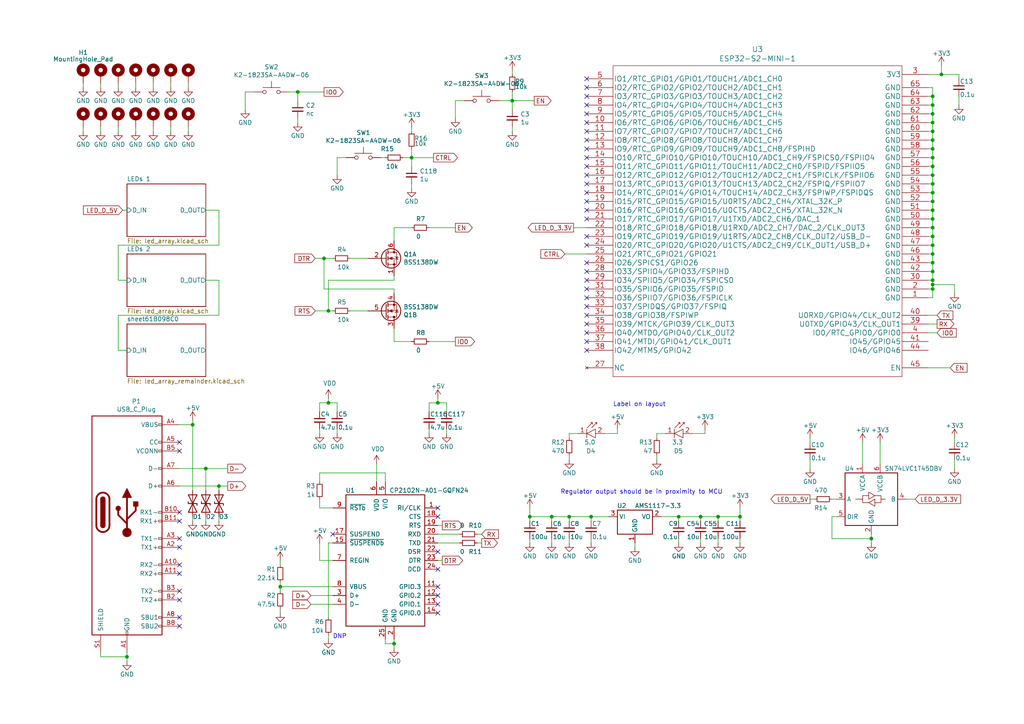
<source format=kicad_sch>
(kicad_sch (version 20231120) (generator "eeschema") (generator_version "8.0")
  (paper "A4")
  (lib_symbols
    (symbol "-fet:BSS138DW" (pin_names (offset 0) hide)
      (property "Reference" "Q" (at 6.35 1.27 0))
      (property "Value" "BSS138DW" (at 19.05 -1.27 0))
      (symbol "BSS138DW_1_1"
        (pin passive line (at 2.54 -5.08 90) (length 2.54) (name "S") (number "1"))
        (pin input line (at -5.08 0 0) (length 5.08) (name "G") (number "2"))
        (pin passive line (at 2.54 5.08 270) (length 2.54) (name "D") (number "6"))
      )
      (symbol "BSS138DW_2_1"
        (pin passive line (at 2.54 5.08 270) (length 2.54) (name "D") (number "3"))
        (pin passive line (at 2.54 -5.08 90) (length 2.54) (name "S") (number "4"))
        (pin input line (at -5.08 0 0) (length 5.08) (name "G") (number "5"))
      )
    )
    (symbol "-led:LED_0402_BLUE" (pin_names (offset 1.016) hide)
      (property "Reference" "D" (at -5.08 0 0))
      (property "Value" "LED_0402_BLUE" (at -5.08 -5.08 0))
      (symbol "LED_0402_BLUE_1_1"
        (pin passive line (at -3.81 -2.54 0) (length 2.54) (name "K") (number "1"))
        (pin passive line (at 3.81 -2.54 180) (length 2.54) (name "A") (number "2"))
      )
    )
    (symbol "-logic:SN74LVC1T45DBV"
      (property "Reference" "U4" (at -6.35 8.89 0))
      (property "Value" "SN74LVC1T45DBV" (at 3.81 8.89 0))
      (symbol "SN74LVC1T45DBV_1_1"
        (pin power_in line (at -2.54 10.16 270) (length 2.54) (name "VCCA") (number "1"))
        (pin power_in line (at 0 -10.16 90) (length 2.54) (name "GND") (number "2"))
        (pin bidirectional line (at -10.16 0 0) (length 2.54) (name "A") (number "3"))
        (pin bidirectional line (at 10.16 0 180) (length 2.54) (name "B") (number "4"))
        (pin input line (at -10.16 -5.08 0) (length 2.54) (name "DIR") (number "5"))
        (pin power_in line (at 2.54 10.16 270) (length 2.54) (name "VCCB") (number "6"))
      )
    )
    (symbol "-microcontroller:ESP32-S2-MINI-1" (pin_names (offset 0.254))
      (property "Reference" "U" (at 0 39.37 0))
      (property "Value" "ESP32-S2-MINI-1" (at 0 36.83 0))
      (symbol "ESP32-S2-MINI-1_1_1"
        (pin power_in line (at 49.53 -31.75 180) (length 7.62) (name "GND") (number "1"))
        (pin bidirectional line (at -49.53 19.05 0) (length 7.62) (name "IO6/RTC_GPIO6/GPIO6/TOUCH6/ADC1_CH5") (number "10"))
        (pin bidirectional line (at -49.53 16.51 0) (length 7.62) (name "IO7/RTC_GPIO7/GPIO7/TOUCH7/ADC1_CH6") (number "11"))
        (pin bidirectional line (at -49.53 13.97 0) (length 7.62) (name "IO8/RTC_GPIO8/GPIO8/TOUCH8/ADC1_CH7") (number "12"))
        (pin bidirectional line (at -49.53 11.43 0) (length 7.62) (name "IO9/RTC_GPIO9/GPIO9/TOUCH9/ADC1_CH8/FSPIHD") (number "13"))
        (pin bidirectional line (at -49.53 8.89 0) (length 7.62) (name "IO10/RTC_GPIO10/GPIO10/TOUCH10/ADC1_CH9/FSPICS0/FSPIIO4") (number "14"))
        (pin bidirectional line (at -49.53 6.35 0) (length 7.62) (name "IO11/RTC_GPIO11/GPIO11/TOUCH11/ADC2_CH0/FSPID/FSPIIO5") (number "15"))
        (pin bidirectional line (at -49.53 3.81 0) (length 7.62) (name "IO12/RTC_GPIO12/GPIO12/TOUCH12/ADC2_CH1/FSPICLK/FSPIIO6") (number "16"))
        (pin bidirectional line (at -49.53 1.27 0) (length 7.62) (name "IO13/RTC_GPIO13/GPIO13/TOUCH13/ADC2_CH2/FSPIQ/FSPIIO7") (number "17"))
        (pin bidirectional line (at -49.53 -1.27 0) (length 7.62) (name "IO14/RTC_GPIO14/GPIO14/TOUCH14/ADC2_CH3/FSPIWP/FSPIDQS") (number "18"))
        (pin bidirectional line (at -49.53 -3.81 0) (length 7.62) (name "IO15/RTC_GPIO15/GPIO15/U0RTS/ADC2_CH4/XTAL_32K_P") (number "19"))
        (pin power_in line (at 49.53 -29.21 180) (length 7.62) (name "GND") (number "2"))
        (pin bidirectional line (at -49.53 -6.35 0) (length 7.62) (name "IO16/RTC_GPIO16/GPIO16/U0CTS/ADC2_CH5/XTAL_32K_N") (number "20"))
        (pin bidirectional line (at -49.53 -8.89 0) (length 7.62) (name "IO17/RTC_GPIO17/GPIO17/U1TXD/ADC2_CH6/DAC_1") (number "21"))
        (pin bidirectional line (at -49.53 -11.43 0) (length 7.62) (name "IO18/RTC_GPIO18/GPIO18/U1RXD/ADC2_CH7/DAC_2/CLK_OUT3") (number "22"))
        (pin bidirectional line (at -49.53 -13.97 0) (length 7.62) (name "IO19/RTC_GPIO19/GPIO19/U1RTS/ADC2_CH8/CLK_OUT2/USB_D-") (number "23"))
        (pin bidirectional line (at -49.53 -16.51 0) (length 7.62) (name "IO20/RTC_GPIO20/GPIO20/U1CTS/ADC2_CH9/CLK_OUT1/USB_D+") (number "24"))
        (pin bidirectional line (at -49.53 -19.05 0) (length 7.62) (name "IO21/RTC_GPIO21/GPIO21") (number "25"))
        (pin bidirectional line (at -49.53 -21.59 0) (length 7.62) (name "IO26/SPICS1/GPIO26") (number "26"))
        (pin no_connect line (at -49.53 -52.07 0) (length 7.62) (name "NC") (number "27"))
        (pin bidirectional line (at -49.53 -24.13 0) (length 7.62) (name "IO33/SPIIO4/GPIO33/FSPIHD") (number "28"))
        (pin bidirectional line (at -49.53 -26.67 0) (length 7.62) (name "IO34/SPIIO5/GPIO34/FSPICS0") (number "29"))
        (pin unspecified line (at 49.53 33.02 180) (length 7.62) (name "3V3") (number "3"))
        (pin power_in line (at 49.53 -26.67 180) (length 7.62) (name "GND") (number "30"))
        (pin bidirectional line (at -49.53 -29.21 0) (length 7.62) (name "IO35/SPIIO6/GPIO35/FSPID") (number "31"))
        (pin bidirectional line (at -49.53 -31.75 0) (length 7.62) (name "IO36/SPIIO7/GPIO36/FSPICLK") (number "32"))
        (pin bidirectional line (at -49.53 -34.29 0) (length 7.62) (name "IO37/SPIDQS/GPIO37/FSPIQ") (number "33"))
        (pin bidirectional line (at -49.53 -36.83 0) (length 7.62) (name "IO38/GPIO38/FSPIWP") (number "34"))
        (pin bidirectional line (at -49.53 -39.37 0) (length 7.62) (name "IO39/MTCK/GPIO39/CLK_OUT3") (number "35"))
        (pin bidirectional line (at -49.53 -41.91 0) (length 7.62) (name "IO40/MTDO/GPIO40/CLK_OUT2") (number "36"))
        (pin bidirectional line (at -49.53 -44.45 0) (length 7.62) (name "IO41/MTDI/GPIO41/CLK_OUT1") (number "37"))
        (pin bidirectional line (at -49.53 -46.99 0) (length 7.62) (name "IO42/MTMS/GPIO42") (number "38"))
        (pin bidirectional line (at 49.53 -39.37 180) (length 7.62) (name "U0TXD/GPIO43/CLK_OUT1") (number "39"))
        (pin bidirectional line (at 49.53 -41.91 180) (length 7.62) (name "IO0/RTC_GPIO0/GPIO0") (number "4"))
        (pin bidirectional line (at 49.53 -36.83 180) (length 7.62) (name "U0RXD/GPIO44/CLK_OUT2") (number "40"))
        (pin bidirectional line (at 49.53 -44.45 180) (length 7.62) (name "IO45/GPIO45") (number "41"))
        (pin power_in line (at 49.53 -24.13 180) (length 7.62) (name "GND") (number "42"))
        (pin power_in line (at 49.53 -21.59 180) (length 7.62) (name "GND") (number "43"))
        (pin bidirectional line (at 49.53 -46.99 180) (length 7.62) (name "IO46/GPIO46") (number "44"))
        (pin unspecified line (at 49.53 -52.07 180) (length 7.62) (name "EN") (number "45"))
        (pin power_in line (at 49.53 -19.05 180) (length 7.62) (name "GND") (number "46"))
        (pin power_in line (at 49.53 -16.51 180) (length 7.62) (name "GND") (number "47"))
        (pin power_in line (at 49.53 -13.97 180) (length 7.62) (name "GND") (number "48"))
        (pin power_in line (at 49.53 -11.43 180) (length 7.62) (name "GND") (number "49"))
        (pin bidirectional line (at -49.53 31.75 0) (length 7.62) (name "IO1/RTC_GPIO1/GPIO1/TOUCH1/ADC1_CH0") (number "5"))
        (pin power_in line (at 49.53 -8.89 180) (length 7.62) (name "GND") (number "50"))
        (pin power_in line (at 49.53 -6.35 180) (length 7.62) (name "GND") (number "51"))
        (pin power_in line (at 49.53 -3.81 180) (length 7.62) (name "GND") (number "52"))
        (pin power_in line (at 49.53 -1.27 180) (length 7.62) (name "GND") (number "53"))
        (pin power_in line (at 49.53 1.27 180) (length 7.62) (name "GND") (number "54"))
        (pin power_in line (at 49.53 3.81 180) (length 7.62) (name "GND") (number "55"))
        (pin power_in line (at 49.53 6.35 180) (length 7.62) (name "GND") (number "56"))
        (pin power_in line (at 49.53 8.89 180) (length 7.62) (name "GND") (number "57"))
        (pin power_in line (at 49.53 11.43 180) (length 7.62) (name "GND") (number "58"))
        (pin power_in line (at 49.53 13.97 180) (length 7.62) (name "GND") (number "59"))
        (pin bidirectional line (at -49.53 29.21 0) (length 7.62) (name "IO2/RTC_GPIO2/GPIO2/TOUCH2/ADC1_CH1") (number "6"))
        (pin power_in line (at 49.53 16.51 180) (length 7.62) (name "GND") (number "60"))
        (pin power_in line (at 49.53 19.05 180) (length 7.62) (name "GND") (number "61"))
        (pin power_in line (at 49.53 21.59 180) (length 7.62) (name "GND") (number "62"))
        (pin power_in line (at 49.53 24.13 180) (length 7.62) (name "GND") (number "63"))
        (pin power_in line (at 49.53 26.67 180) (length 7.62) (name "GND") (number "64"))
        (pin power_in line (at 49.53 29.21 180) (length 7.62) (name "GND") (number "65"))
        (pin bidirectional line (at -49.53 26.67 0) (length 7.62) (name "IO3/RTC_GPIO3/GPIO3/TOUCH3/ADC1_CH2") (number "7"))
        (pin bidirectional line (at -49.53 24.13 0) (length 7.62) (name "IO4/RTC_GPIO4/GPIO4/TOUCH4/ADC1_CH3") (number "8"))
        (pin bidirectional line (at -49.53 21.59 0) (length 7.62) (name "IO5/RTC_GPIO5/GPIO5/TOUCH5/ADC1_CH4") (number "9"))
      )
    )
    (symbol "-switch-button:K2-1823SA-A4DW-06" (pin_numbers hide) (pin_names (offset 1.016) hide)
      (property "Reference" "SW" (at 1.27 2.54 0))
      (property "Value" "K2-1823SA-A4DW-06" (at 0 -1.524 0))
      (symbol "K2-1823SA-A4DW-06_0_1"
        (pin passive line (at -5.08 0 0) (length 2.54) (name "1") (number "1"))
        (pin passive line (at 5.08 0 180) (length 2.54) (name "2") (number "2"))
      )
    )
    (symbol "Connector:USB_C_Plug" (pin_names (offset 1.016))
      (property "Reference" "P1" (at 2.7178 32.1818 0))
      (property "Value" "USB_C_Plug" (at 2.7178 29.8704 0))
      (symbol "USB_C_Plug_1_1"
        (pin passive line (at 0 -40.64 90) (length 5.08) (name "GND") (number "A1"))
        (pin bidirectional line (at 15.24 -15.24 180) (length 5.08) (name "RX2-") (number "A10"))
        (pin bidirectional line (at 15.24 -17.78 180) (length 5.08) (name "RX2+") (number "A11"))
        (pin passive line (at 0 -40.64 90) (length 5.08) hide (name "GND") (number "A12"))
        (pin bidirectional line (at 15.24 -10.16 180) (length 5.08) (name "TX1+") (number "A2"))
        (pin bidirectional line (at 15.24 -7.62 180) (length 5.08) (name "TX1-") (number "A3"))
        (pin passive line (at 15.24 25.4 180) (length 5.08) (name "VBUS") (number "A4"))
        (pin bidirectional line (at 15.24 20.32 180) (length 5.08) (name "CC") (number "A5"))
        (pin bidirectional line (at 15.24 7.62 180) (length 5.08) (name "D+") (number "A6"))
        (pin bidirectional line (at 15.24 12.7 180) (length 5.08) (name "D-") (number "A7"))
        (pin bidirectional line (at 15.24 -30.48 180) (length 5.08) (name "SBU1") (number "A8"))
        (pin passive line (at 15.24 25.4 180) (length 5.08) hide (name "VBUS") (number "A9"))
        (pin passive line (at 0 -40.64 90) (length 5.08) hide (name "GND") (number "B1"))
        (pin bidirectional line (at 15.24 0 180) (length 5.08) (name "RX1-") (number "B10"))
        (pin bidirectional line (at 15.24 -2.54 180) (length 5.08) (name "RX1+") (number "B11"))
        (pin passive line (at 0 -40.64 90) (length 5.08) hide (name "GND") (number "B12"))
        (pin bidirectional line (at 15.24 -25.4 180) (length 5.08) (name "TX2+") (number "B2"))
        (pin bidirectional line (at 15.24 -22.86 180) (length 5.08) (name "TX2-") (number "B3"))
        (pin passive line (at 15.24 25.4 180) (length 5.08) hide (name "VBUS") (number "B4"))
        (pin bidirectional line (at 15.24 17.78 180) (length 5.08) (name "VCONN") (number "B5"))
        (pin bidirectional line (at 15.24 -33.02 180) (length 5.08) (name "SBU2") (number "B8"))
        (pin passive line (at 15.24 25.4 180) (length 5.08) hide (name "VBUS") (number "B9"))
        (pin passive line (at -7.62 -40.64 90) (length 5.08) (name "SHIELD") (number "S1"))
      )
    )
    (symbol "Device:C_Small" (pin_numbers hide) (pin_names (offset 0.254) hide)
      (property "Reference" "C" (at 0.254 1.778 0))
      (property "Value" "C_Small" (at 0.254 -2.032 0))
      (symbol "C_Small_1_1"
        (pin passive line (at 0 2.54 270) (length 2.032) (name "~") (number "1"))
        (pin passive line (at 0 -2.54 90) (length 2.032) (name "~") (number "2"))
      )
    )
    (symbol "Device:D_TVS" (pin_numbers hide) (pin_names (offset 1.016) hide)
      (property "Reference" "D" (at 0 2.54 0))
      (property "Value" "D_TVS" (at 0 -2.54 0))
      (symbol "D_TVS_1_1"
        (pin passive line (at -3.81 0 0) (length 2.54) (name "A1") (number "1"))
        (pin passive line (at 3.81 0 180) (length 2.54) (name "A2") (number "2"))
      )
    )
    (symbol "Device:R_Small" (pin_numbers hide) (pin_names (offset 0.254) hide)
      (property "Reference" "R" (at 0.762 0.508 0))
      (property "Value" "R_Small" (at 0.762 -1.016 0))
      (symbol "R_Small_1_1"
        (pin passive line (at 0 2.54 270) (length 0.762) (name "~") (number "1"))
        (pin passive line (at 0 -2.54 90) (length 0.762) (name "~") (number "2"))
      )
    )
    (symbol "Mechanical:MountingHole_Pad" (pin_numbers hide) (pin_names (offset 1.016) hide)
      (property "Reference" "H" (at 0 6.35 0))
      (property "Value" "MountingHole_Pad" (at 0 4.445 0))
      (symbol "MountingHole_Pad_1_1"
        (pin input line (at 0 -2.54 90) (length 2.54) (name "1") (number "1"))
      )
    )
    (symbol "Regulator_Linear:AMS1117-3.3"
      (property "Reference" "U2" (at -3.81 3.175 0))
      (property "Value" "AMS1117-3.3" (at 0 3.175 0))
      (symbol "AMS1117-3.3_1_1"
        (pin power_in line (at 0 -7.62 90) (length 2.54) (name "GND") (number "1"))
        (pin power_out line (at 7.62 0 180) (length 2.54) (name "VO") (number "2"))
        (pin power_in line (at -7.62 0 0) (length 2.54) (name "VI") (number "3"))
      )
    )
    (symbol "iot_name_tag-rescue:+3.3V-power" (power) (pin_names (offset 0))
      (property "Value" "+3.3V-power" (at 0 3.556 0))
      (symbol "+3.3V-power_1_1"
        (pin power_in line (at 0 0 90) (length 0) hide (name "+3V3") (number "1"))
      )
    )
    (symbol "iot_name_tag-rescue:CP2102N-A01-GQFN24-Interface_USB" (pin_names (offset 1.016))
      (property "Reference" "U1" (at -10.16 20.32 0))
      (property "Value" "CP2102N-A01-GQFN24" (at 12.7 20.32 0))
      (symbol "CP2102N-A01-GQFN24-Interface_USB_1_1"
        (pin bidirectional line (at 15.24 15.24 180) (length 3.81) (name "RI/CLK") (number "1"))
        (pin no_connect line (at 10.16 -22.86 90) (length 3.81) hide (name "NC") (number "10"))
        (pin bidirectional line (at 15.24 -7.62 180) (length 3.81) (name "GPIO.3") (number "11"))
        (pin bidirectional line (at 15.24 -10.16 180) (length 3.81) (name "GPIO.2") (number "12"))
        (pin bidirectional line (at 15.24 -12.7 180) (length 3.81) (name "GPIO.1") (number "13"))
        (pin bidirectional line (at 15.24 -15.24 180) (length 3.81) (name "GPIO.0") (number "14"))
        (pin output line (at -15.24 5.08 0) (length 3.81) (name "~{SUSPENDb}") (number "15"))
        (pin no_connect line (at 7.62 -22.86 90) (length 3.81) hide (name "NC") (number "16"))
        (pin output line (at -15.24 7.62 0) (length 3.81) (name "SUSPEND") (number "17"))
        (pin input line (at 15.24 12.7 180) (length 3.81) (name "CTS") (number "18"))
        (pin output line (at 15.24 10.16 180) (length 3.81) (name "RTS") (number "19"))
        (pin power_in line (at 2.54 -22.86 90) (length 3.81) (name "GND") (number "2"))
        (pin input line (at 15.24 7.62 180) (length 3.81) (name "RXD") (number "20"))
        (pin output line (at 15.24 5.08 180) (length 3.81) (name "TXD") (number "21"))
        (pin input line (at 15.24 2.54 180) (length 3.81) (name "DSR") (number "22"))
        (pin output line (at 15.24 0 180) (length 3.81) (name "DTR") (number "23"))
        (pin input line (at 15.24 -2.54 180) (length 3.81) (name "DCD") (number "24"))
        (pin power_in line (at 0 -22.86 90) (length 3.81) (name "GND") (number "25"))
        (pin bidirectional line (at -15.24 -10.16 0) (length 3.81) (name "D+") (number "3"))
        (pin bidirectional line (at -15.24 -12.7 0) (length 3.81) (name "D-") (number "4"))
        (pin power_in line (at 0 22.86 270) (length 3.81) (name "VIO") (number "5"))
        (pin power_in line (at -2.54 22.86 270) (length 3.81) (name "VDD") (number "6"))
        (pin power_in line (at -15.24 0 0) (length 3.81) (name "REGIN") (number "7"))
        (pin input line (at -15.24 -7.62 0) (length 3.81) (name "VBUS") (number "8"))
        (pin input line (at -15.24 15.24 0) (length 3.81) (name "~{RSTb}") (number "9"))
      )
    )
    (symbol "power:+5V" (power) (pin_names (offset 0))
      (property "Value" "+5V" (at 0 3.556 0))
      (symbol "+5V_1_1"
        (pin power_in line (at 0 0 90) (length 0) hide (name "+5V") (number "1"))
      )
    )
    (symbol "power:GND" (power) (pin_names (offset 0))
      (property "Value" "GND" (at 0 -3.81 0))
      (symbol "GND_1_1"
        (pin power_in line (at 0 0 270) (length 0) hide (name "GND") (number "1"))
      )
    )
    (symbol "power:VDD" (power) (pin_names (offset 0))
      (property "Value" "VDD" (at 0 3.81 0))
      (symbol "VDD_1_1"
        (pin power_in line (at 0 0 90) (length 0) hide (name "VDD") (number "1"))
      )
    )
  )
  (junction (at 270.51 27.94))
  (junction (at 81.28 170.18))
  (junction (at 160.02 149.86))
  (junction (at 270.51 50.8))
  (junction (at 270.51 63.5))
  (junction (at 270.51 71.12))
  (junction (at 36.83 190.5))
  (junction (at 270.51 78.74))
  (junction (at 270.51 43.18))
  (junction (at 270.51 30.48))
  (junction (at 114.3 186.69))
  (junction (at 252.73 156.21))
  (junction (at 63.5 140.97))
  (junction (at 95.25 90.17))
  (junction (at 214.63 149.86))
  (junction (at 203.2 149.86))
  (junction (at 273.05 21.59))
  (junction (at 270.51 82.55))
  (junction (at 208.28 149.86))
  (junction (at 95.25 116.84))
  (junction (at 270.51 81.28))
  (junction (at 270.51 40.64))
  (junction (at 270.51 60.96))
  (junction (at 270.51 35.56))
  (junction (at 59.69 135.89))
  (junction (at 127 116.84))
  (junction (at 153.67 149.86))
  (junction (at 270.51 66.04))
  (junction (at 270.51 58.42))
  (junction (at 270.51 45.72))
  (junction (at 270.51 73.66))
  (junction (at 270.51 38.1))
  (junction (at 196.85 149.86))
  (junction (at 270.51 53.34))
  (junction (at 270.51 68.58))
  (junction (at 270.51 76.2))
  (junction (at 270.51 48.26))
  (junction (at 148.59 29.21))
  (junction (at 86.36 26.67))
  (junction (at 171.45 149.86))
  (junction (at 270.51 55.88))
  (junction (at 55.88 123.19))
  (junction (at 270.51 83.82))
  (junction (at 93.98 74.93))
  (junction (at 165.1 149.86))
  (junction (at 270.51 33.02))
  (junction (at 119.38 45.72))
  (no_connect (at 170.18 35.56))
  (no_connect (at 52.07 158.75))
  (no_connect (at 170.18 99.06))
  (no_connect (at 170.18 40.64))
  (no_connect (at 170.18 38.1))
  (no_connect (at 52.07 166.37))
  (no_connect (at 170.18 43.18))
  (no_connect (at 170.18 50.8))
  (no_connect (at 170.18 45.72))
  (no_connect (at 170.18 86.36))
  (no_connect (at 170.18 71.12))
  (no_connect (at 170.18 91.44))
  (no_connect (at 52.07 181.61))
  (no_connect (at 170.18 76.2))
  (no_connect (at 170.18 78.74))
  (no_connect (at 170.18 81.28))
  (no_connect (at 170.18 53.34))
  (no_connect (at 127 177.8))
  (no_connect (at 170.18 88.9))
  (no_connect (at 170.18 68.58))
  (no_connect (at 52.07 163.83))
  (no_connect (at 52.07 128.27))
  (no_connect (at 52.07 156.21))
  (no_connect (at 52.07 179.07))
  (no_connect (at 127 172.72))
  (no_connect (at 127 165.1))
  (no_connect (at 170.18 27.94))
  (no_connect (at 127 160.02))
  (no_connect (at 52.07 148.59))
  (no_connect (at 127 175.26))
  (no_connect (at 170.18 96.52))
  (no_connect (at 52.07 171.45))
  (no_connect (at 170.18 93.98))
  (no_connect (at 170.18 22.86))
  (no_connect (at 170.18 58.42))
  (no_connect (at 52.07 151.13))
  (no_connect (at 170.18 101.6))
  (no_connect (at 96.52 154.94))
  (no_connect (at 170.18 30.48))
  (no_connect (at 170.18 48.26))
  (no_connect (at 52.07 130.81))
  (no_connect (at 127 147.32))
  (no_connect (at 170.18 83.82))
  (no_connect (at 170.18 63.5))
  (no_connect (at 170.18 33.02))
  (no_connect (at 127 149.86))
  (no_connect (at 52.07 173.99))
  (no_connect (at 170.18 55.88))
  (no_connect (at 170.18 60.96))
  (no_connect (at 170.18 25.4))
  (no_connect (at 127 170.18))
  (wire (pts (xy 63.5 140.97) (xy 52.07 140.97)))
  (wire (pts (xy 148.59 29.21) (xy 148.59 31.75)))
  (wire (pts (xy 241.3 144.78) (xy 242.57 144.78)))
  (wire (pts (xy 214.63 149.86) (xy 214.63 147.32)))
  (wire (pts (xy 101.6 74.93) (xy 106.68 74.93)))
  (wire (pts (xy 129.54 119.38) (xy 129.54 116.84)))
  (wire (pts (xy 81.28 170.18) (xy 81.28 171.45)))
  (wire (pts (xy 270.51 58.42) (xy 270.51 60.96)))
  (wire (pts (xy 270.51 50.8) (xy 270.51 53.34)))
  (wire (pts (xy 171.45 156.21) (xy 171.45 157.48)))
  (wire (pts (xy 114.3 66.04) (xy 114.3 69.85)))
  (wire (pts (xy 71.12 31.75) (xy 71.12 26.67)))
  (wire (pts (xy 241.3 156.21) (xy 252.73 156.21)))
  (wire (pts (xy 270.51 27.94) (xy 270.51 30.48)))
  (wire (pts (xy 269.24 55.88) (xy 270.51 55.88)))
  (wire (pts (xy 95.25 116.84) (xy 92.71 116.84)))
  (wire (pts (xy 63.5 91.44) (xy 34.29 91.44)))
  (wire (pts (xy 44.45 25.4) (xy 44.45 24.13)))
  (wire (pts (xy 203.2 149.86) (xy 196.85 149.86)))
  (wire (pts (xy 24.13 25.4) (xy 24.13 24.13)))
  (wire (pts (xy 165.1 151.13) (xy 165.1 149.86)))
  (wire (pts (xy 236.22 144.78) (xy 234.95 144.78)))
  (wire (pts (xy 119.38 45.72) (xy 119.38 48.26)))
  (wire (pts (xy 95.25 115.57) (xy 95.25 116.84)))
  (wire (pts (xy 81.28 176.53) (xy 81.28 177.8)))
  (wire (pts (xy 262.89 144.78) (xy 265.43 144.78)))
  (wire (pts (xy 111.76 45.72) (xy 110.49 45.72)))
  (wire (pts (xy 214.63 156.21) (xy 214.63 157.48)))
  (wire (pts (xy 196.85 149.86) (xy 196.85 151.13)))
  (wire (pts (xy 153.67 149.86) (xy 160.02 149.86)))
  (wire (pts (xy 34.29 71.12) (xy 34.29 81.28)))
  (wire (pts (xy 171.45 149.86) (xy 171.45 151.13)))
  (wire (pts (xy 127 115.57) (xy 127 116.84)))
  (wire (pts (xy 252.73 157.48) (xy 252.73 156.21)))
  (wire (pts (xy 114.3 185.42) (xy 114.3 186.69)))
  (wire (pts (xy 119.38 43.18) (xy 119.38 45.72)))
  (wire (pts (xy 90.17 172.72) (xy 96.52 172.72)))
  (wire (pts (xy 96.52 157.48) (xy 95.25 157.48)))
  (wire (pts (xy 208.28 149.86) (xy 214.63 149.86)))
  (wire (pts (xy 270.51 35.56) (xy 270.51 38.1)))
  (wire (pts (xy 49.53 38.1) (xy 49.53 36.83)))
  (wire (pts (xy 97.79 124.46) (xy 97.79 125.73)))
  (wire (pts (xy 114.3 95.25) (xy 114.3 99.06)))
  (wire (pts (xy 153.67 156.21) (xy 153.67 157.48)))
  (wire (pts (xy 101.6 90.17) (xy 106.68 90.17)))
  (wire (pts (xy 34.29 101.6) (xy 36.83 101.6)))
  (wire (pts (xy 170.18 73.66) (xy 163.83 73.66)))
  (wire (pts (xy 270.51 82.55) (xy 270.51 83.82)))
  (wire (pts (xy 111.76 186.69) (xy 111.76 185.42)))
  (wire (pts (xy 59.69 135.89) (xy 52.07 135.89)))
  (wire (pts (xy 270.51 45.72) (xy 270.51 48.26)))
  (wire (pts (xy 269.24 53.34) (xy 270.51 53.34)))
  (wire (pts (xy 203.2 156.21) (xy 203.2 157.48)))
  (wire (pts (xy 270.51 60.96) (xy 270.51 63.5)))
  (wire (pts (xy 114.3 85.09) (xy 114.3 83.82)))
  (wire (pts (xy 204.47 125.73) (xy 204.47 124.46)))
  (wire (pts (xy 271.78 93.98) (xy 269.24 93.98)))
  (wire (pts (xy 63.5 81.28) (xy 63.5 91.44)))
  (wire (pts (xy 86.36 29.21) (xy 86.36 26.67)))
  (wire (pts (xy 92.71 137.16) (xy 92.71 139.7)))
  (wire (pts (xy 269.24 33.02) (xy 270.51 33.02)))
  (wire (pts (xy 81.28 170.18) (xy 96.52 170.18)))
  (wire (pts (xy 273.05 21.59) (xy 278.13 21.59)))
  (wire (pts (xy 269.24 21.59) (xy 273.05 21.59)))
  (wire (pts (xy 114.3 83.82) (xy 93.98 83.82)))
  (wire (pts (xy 81.28 168.91) (xy 81.28 170.18)))
  (wire (pts (xy 208.28 149.86) (xy 208.28 151.13)))
  (wire (pts (xy 269.24 27.94) (xy 270.51 27.94)))
  (wire (pts (xy 271.78 96.52) (xy 269.24 96.52)))
  (wire (pts (xy 92.71 119.38) (xy 92.71 116.84)))
  (wire (pts (xy 92.71 162.56) (xy 96.52 162.56)))
  (wire (pts (xy 55.88 121.92) (xy 55.88 123.19)))
  (wire (pts (xy 153.67 149.86) (xy 153.67 151.13)))
  (wire (pts (xy 63.5 149.86) (xy 63.5 151.13)))
  (wire (pts (xy 119.38 53.34) (xy 119.38 54.61)))
  (wire (pts (xy 278.13 21.59) (xy 278.13 22.86)))
  (wire (pts (xy 55.88 142.24) (xy 55.88 123.19)))
  (wire (pts (xy 270.51 55.88) (xy 270.51 58.42)))
  (wire (pts (xy 95.25 90.17) (xy 96.52 90.17)))
  (wire (pts (xy 148.59 29.21) (xy 154.94 29.21)))
  (wire (pts (xy 270.51 76.2) (xy 270.51 78.74)))
  (wire (pts (xy 114.3 186.69) (xy 111.76 186.69)))
  (wire (pts (xy 269.24 73.66) (xy 270.51 73.66)))
  (wire (pts (xy 270.51 33.02) (xy 270.51 35.56)))
  (wire (pts (xy 165.1 132.08) (xy 165.1 133.35)))
  (wire (pts (xy 269.24 45.72) (xy 270.51 45.72)))
  (wire (pts (xy 34.29 91.44) (xy 34.29 101.6)))
  (wire (pts (xy 250.19 128.27) (xy 250.19 134.62)))
  (wire (pts (xy 278.13 27.94) (xy 278.13 30.48)))
  (wire (pts (xy 55.88 149.86) (xy 55.88 151.13)))
  (wire (pts (xy 184.15 157.48) (xy 184.15 158.75)))
  (wire (pts (xy 63.5 60.96) (xy 63.5 71.12)))
  (wire (pts (xy 92.71 147.32) (xy 92.71 144.78)))
  (wire (pts (xy 270.51 48.26) (xy 270.51 50.8)))
  (wire (pts (xy 111.76 139.7) (xy 111.76 137.16)))
  (wire (pts (xy 71.12 26.67) (xy 73.66 26.67)))
  (wire (pts (xy 252.73 156.21) (xy 252.73 154.94)))
  (wire (pts (xy 234.95 127) (xy 234.95 128.27)))
  (wire (pts (xy 204.47 125.73) (xy 200.66 125.73)))
  (wire (pts (xy 269.24 106.68) (xy 275.59 106.68)))
  (wire (pts (xy 59.69 149.86) (xy 59.69 151.13)))
  (wire (pts (xy 160.02 149.86) (xy 165.1 149.86)))
  (wire (pts (xy 270.51 30.48) (xy 270.51 33.02)))
  (wire (pts (xy 270.51 81.28) (xy 270.51 82.55)))
  (wire (pts (xy 124.46 119.38) (xy 124.46 116.84)))
  (wire (pts (xy 269.24 68.58) (xy 270.51 68.58)))
  (wire (pts (xy 39.37 38.1) (xy 39.37 36.83)))
  (wire (pts (xy 95.25 184.15) (xy 95.25 185.42)))
  (wire (pts (xy 160.02 156.21) (xy 160.02 157.48)))
  (wire (pts (xy 93.98 74.93) (xy 96.52 74.93)))
  (wire (pts (xy 269.24 43.18) (xy 270.51 43.18)))
  (wire (pts (xy 269.24 81.28) (xy 270.51 81.28)))
  (wire (pts (xy 128.27 152.4) (xy 127 152.4)))
  (wire (pts (xy 270.51 40.64) (xy 270.51 43.18)))
  (wire (pts (xy 138.43 157.48) (xy 139.7 157.48)))
  (wire (pts (xy 129.54 124.46) (xy 129.54 125.73)))
  (wire (pts (xy 270.51 73.66) (xy 270.51 76.2)))
  (wire (pts (xy 270.51 78.74) (xy 270.51 81.28)))
  (wire (pts (xy 36.83 190.5) (xy 36.83 191.77)))
  (wire (pts (xy 148.59 36.83) (xy 148.59 38.1)))
  (wire (pts (xy 208.28 156.21) (xy 208.28 157.48)))
  (wire (pts (xy 29.21 190.5) (xy 36.83 190.5)))
  (wire (pts (xy 270.51 83.82) (xy 270.51 86.36)))
  (wire (pts (xy 127 157.48) (xy 133.35 157.48)))
  (wire (pts (xy 138.43 154.94) (xy 139.7 154.94)))
  (wire (pts (xy 114.3 66.04) (xy 119.38 66.04)))
  (wire (pts (xy 160.02 149.86) (xy 160.02 151.13)))
  (wire (pts (xy 86.36 34.29) (xy 86.36 35.56)))
  (wire (pts (xy 269.24 25.4) (xy 270.51 25.4)))
  (wire (pts (xy 176.53 149.86) (xy 171.45 149.86)))
  (wire (pts (xy 179.07 125.73) (xy 179.07 124.46)))
  (wire (pts (xy 91.44 90.17) (xy 95.25 90.17)))
  (wire (pts (xy 127 154.94) (xy 133.35 154.94)))
  (wire (pts (xy 59.69 60.96) (xy 63.5 60.96)))
  (wire (pts (xy 86.36 26.67) (xy 93.98 26.67)))
  (wire (pts (xy 49.53 25.4) (xy 49.53 24.13)))
  (wire (pts (xy 193.04 125.73) (xy 190.5 125.73)))
  (wire (pts (xy 119.38 45.72) (xy 125.73 45.72)))
  (wire (pts (xy 114.3 99.06) (xy 119.38 99.06)))
  (wire (pts (xy 170.18 66.04) (xy 166.37 66.04)))
  (wire (pts (xy 119.38 38.1) (xy 119.38 36.83)))
  (wire (pts (xy 54.61 25.4) (xy 54.61 24.13)))
  (wire (pts (xy 165.1 156.21) (xy 165.1 157.48)))
  (wire (pts (xy 92.71 124.46) (xy 92.71 125.73)))
  (wire (pts (xy 129.54 116.84) (xy 127 116.84)))
  (wire (pts (xy 59.69 81.28) (xy 63.5 81.28)))
  (wire (pts (xy 92.71 157.48) (xy 92.71 162.56)))
  (wire (pts (xy 269.24 30.48) (xy 270.51 30.48)))
  (wire (pts (xy 270.51 68.58) (xy 270.51 71.12)))
  (wire (pts (xy 241.3 149.86) (xy 241.3 156.21)))
  (wire (pts (xy 124.46 124.46) (xy 124.46 125.73)))
  (wire (pts (xy 44.45 38.1) (xy 44.45 36.83)))
  (wire (pts (xy 95.25 157.48) (xy 95.25 179.07)))
  (wire (pts (xy 29.21 25.4) (xy 29.21 24.13)))
  (wire (pts (xy 127 116.84) (xy 124.46 116.84)))
  (wire (pts (xy 144.78 29.21) (xy 148.59 29.21)))
  (wire (pts (xy 66.04 140.97) (xy 63.5 140.97)))
  (wire (pts (xy 132.08 99.06) (xy 124.46 99.06)))
  (wire (pts (xy 63.5 142.24) (xy 63.5 140.97)))
  (wire (pts (xy 269.24 40.64) (xy 270.51 40.64)))
  (wire (pts (xy 132.08 34.29) (xy 132.08 29.21)))
  (wire (pts (xy 34.29 38.1) (xy 34.29 36.83)))
  (wire (pts (xy 208.28 149.86) (xy 203.2 149.86)))
  (wire (pts (xy 29.21 190.5) (xy 29.21 189.23)))
  (wire (pts (xy 165.1 149.86) (xy 171.45 149.86)))
  (wire (pts (xy 276.86 82.55) (xy 276.86 85.09)))
  (wire (pts (xy 111.76 137.16) (xy 92.71 137.16)))
  (wire (pts (xy 269.24 71.12) (xy 270.51 71.12)))
  (wire (pts (xy 29.21 38.1) (xy 29.21 36.83)))
  (wire (pts (xy 190.5 125.73) (xy 190.5 127)))
  (wire (pts (xy 269.24 35.56) (xy 270.51 35.56)))
  (wire (pts (xy 167.64 125.73) (xy 165.1 125.73)))
  (wire (pts (xy 95.25 81.28) (xy 95.25 90.17)))
  (wire (pts (xy 34.29 25.4) (xy 34.29 24.13)))
  (wire (pts (xy 116.84 45.72) (xy 119.38 45.72)))
  (wire (pts (xy 269.24 66.04) (xy 270.51 66.04)))
  (wire (pts (xy 270.51 71.12) (xy 270.51 73.66)))
  (wire (pts (xy 97.79 50.8) (xy 97.79 45.72)))
  (wire (pts (xy 273.05 19.05) (xy 273.05 21.59)))
  (wire (pts (xy 165.1 125.73) (xy 165.1 127)))
  (wire (pts (xy 132.08 29.21) (xy 134.62 29.21)))
  (wire (pts (xy 276.86 133.35) (xy 276.86 135.89)))
  (wire (pts (xy 271.78 91.44) (xy 269.24 91.44)))
  (wire (pts (xy 109.22 134.62) (xy 109.22 139.7)))
  (wire (pts (xy 148.59 26.67) (xy 148.59 29.21)))
  (wire (pts (xy 55.88 123.19) (xy 52.07 123.19)))
  (wire (pts (xy 153.67 147.32) (xy 153.67 149.86)))
  (wire (pts (xy 83.82 26.67) (xy 86.36 26.67)))
  (wire (pts (xy 39.37 25.4) (xy 39.37 24.13)))
  (wire (pts (xy 179.07 125.73) (xy 175.26 125.73)))
  (wire (pts (xy 93.98 83.82) (xy 93.98 74.93)))
  (wire (pts (xy 269.24 83.82) (xy 270.51 83.82)))
  (wire (pts (xy 270.51 38.1) (xy 270.51 40.64)))
  (wire (pts (xy 96.52 147.32) (xy 92.71 147.32)))
  (wire (pts (xy 91.44 74.93) (xy 93.98 74.93)))
  (wire (pts (xy 269.24 58.42) (xy 270.51 58.42)))
  (wire (pts (xy 242.57 149.86) (xy 241.3 149.86)))
  (wire (pts (xy 97.79 119.38) (xy 97.79 116.84)))
  (wire (pts (xy 276.86 127) (xy 276.86 128.27)))
  (wire (pts (xy 36.83 189.23) (xy 36.83 190.5)))
  (wire (pts (xy 114.3 186.69) (xy 114.3 187.96)))
  (wire (pts (xy 128.27 162.56) (xy 127 162.56)))
  (wire (pts (xy 214.63 151.13) (xy 214.63 149.86)))
  (wire (pts (xy 234.95 133.35) (xy 234.95 135.89)))
  (wire (pts (xy 270.51 43.18) (xy 270.51 45.72)))
  (wire (pts (xy 269.24 76.2) (xy 270.51 76.2)))
  (wire (pts (xy 270.51 63.5) (xy 270.51 66.04)))
  (wire (pts (xy 269.24 60.96) (xy 270.51 60.96)))
  (wire (pts (xy 203.2 151.13) (xy 203.2 149.86)))
  (wire (pts (xy 66.04 135.89) (xy 59.69 135.89)))
  (wire (pts (xy 276.86 82.55) (xy 270.51 82.55)))
  (wire (pts (xy 90.17 175.26) (xy 96.52 175.26)))
  (wire (pts (xy 97.79 45.72) (xy 100.33 45.72)))
  (wire (pts (xy 270.51 86.36) (xy 269.24 86.36)))
  (wire (pts (xy 196.85 156.21) (xy 196.85 157.48)))
  (wire (pts (xy 81.28 162.56) (xy 81.28 163.83)))
  (wire (pts (xy 269.24 78.74) (xy 270.51 78.74)))
  (wire (pts (xy 54.61 38.1) (xy 54.61 36.83)))
  (wire (pts (xy 190.5 132.08) (xy 190.5 133.35)))
  (wire (pts (xy 270.51 66.04) (xy 270.51 68.58)))
  (wire (pts (xy 114.3 80.01) (xy 114.3 81.28)))
  (wire (pts (xy 114.3 81.28) (xy 95.25 81.28)))
  (wire (pts (xy 36.83 60.96) (xy 35.56 60.96)))
  (wire (pts (xy 270.51 53.34) (xy 270.51 55.88)))
  (wire (pts (xy 255.27 128.27) (xy 255.27 134.62)))
  (wire (pts (xy 270.51 25.4) (xy 270.51 27.94)))
  (wire (pts (xy 97.79 116.84) (xy 95.25 116.84)))
  (wire (pts (xy 191.77 149.86) (xy 196.85 149.86)))
  (wire (pts (xy 269.24 38.1) (xy 270.51 38.1)))
  (wire (pts (xy 59.69 142.24) (xy 59.69 135.89)))
  (wire (pts (xy 269.24 63.5) (xy 270.51 63.5)))
  (wire (pts (xy 34.29 81.28) (xy 36.83 81.28)))
  (wire (pts (xy 269.24 48.26) (xy 270.51 48.26)))
  (wire (pts (xy 24.13 38.1) (xy 24.13 36.83)))
  (wire (pts (xy 63.5 71.12) (xy 34.29 71.12)))
  (wire (pts (xy 132.08 66.04) (xy 124.46 66.04)))
  (wire (pts (xy 269.24 50.8) (xy 270.51 50.8)))
  (wire (pts (xy 148.59 21.59) (xy 148.59 20.32)))
  (text "DNP" (at 96.52 185.42 0) (effects (font (size 1.27 1.27)) (justify left bottom)))
  (text "Regulator output should be in proximity to MCU" (at 162.56 143.51 0) (effects (font (size 1.27 1.27)) (justify left bottom)))
  (text "Label on layout" (at 177.8 118.11 0) (effects (font (size 1.27 1.27)) (justify left bottom)))
  (global_label "D+" (shape input) (at 90.17 172.72 180) (property "Intersheetrefs" "${INTERSHEET_REFS}" (effects (hide yes))))
  (global_label "LED_D_3.3V" (shape output) (at 166.37 66.04 180) (property "Intersheetrefs" "${INTERSHEET_REFS}" (effects (hide yes))))
  (global_label "EN" (shape input) (at 275.59 106.68 0) (property "Intersheetrefs" "${INTERSHEET_REFS}" (effects (hide yes))))
  (global_label "DTR" (shape output) (at 128.27 162.56 0) (property "Intersheetrefs" "${INTERSHEET_REFS}" (effects (hide yes))))
  (global_label "TX" (shape input) (at 271.78 91.44 0) (property "Intersheetrefs" "${INTERSHEET_REFS}" (effects (hide yes))))
  (global_label "LED_D_5V" (shape output) (at 234.95 144.78 180) (property "Intersheetrefs" "${INTERSHEET_REFS}" (effects (hide yes))))
  (global_label "IO0" (shape output) (at 132.08 99.06 0) (property "Intersheetrefs" "${INTERSHEET_REFS}" (effects (hide yes))))
  (global_label "EN" (shape output) (at 132.08 66.04 0) (property "Intersheetrefs" "${INTERSHEET_REFS}" (effects (hide yes))))
  (global_label "EN" (shape output) (at 154.94 29.21 0) (property "Intersheetrefs" "${INTERSHEET_REFS}" (effects (hide yes))))
  (global_label "D-" (shape input) (at 90.17 175.26 180) (property "Intersheetrefs" "${INTERSHEET_REFS}" (effects (hide yes))))
  (global_label "IO0" (shape input) (at 271.78 96.52 0) (property "Intersheetrefs" "${INTERSHEET_REFS}" (effects (hide yes))))
  (global_label "CTRL" (shape output) (at 125.73 45.72 0) (property "Intersheetrefs" "${INTERSHEET_REFS}" (effects (hide yes))))
  (global_label "TX" (shape output) (at 139.7 157.48 0) (property "Intersheetrefs" "${INTERSHEET_REFS}" (effects (hide yes))))
  (global_label "RX" (shape output) (at 271.78 93.98 0) (property "Intersheetrefs" "${INTERSHEET_REFS}" (effects (hide yes))))
  (global_label "D+" (shape output) (at 66.04 140.97 0) (property "Intersheetrefs" "${INTERSHEET_REFS}" (effects (hide yes))))
  (global_label "CTRL" (shape input) (at 163.83 73.66 180) (property "Intersheetrefs" "${INTERSHEET_REFS}" (effects (hide yes))))
  (global_label "LED_D_5V" (shape input) (at 35.56 60.96 180) (property "Intersheetrefs" "${INTERSHEET_REFS}" (effects (hide yes))))
  (global_label "LED_D_3.3V" (shape input) (at 265.43 144.78 0) (property "Intersheetrefs" "${INTERSHEET_REFS}" (effects (hide yes))))
  (global_label "IO0" (shape output) (at 93.98 26.67 0) (property "Intersheetrefs" "${INTERSHEET_REFS}" (effects (hide yes))))
  (global_label "RTS" (shape input) (at 91.44 90.17 180) (property "Intersheetrefs" "${INTERSHEET_REFS}" (effects (hide yes))))
  (global_label "RX" (shape input) (at 139.7 154.94 0) (property "Intersheetrefs" "${INTERSHEET_REFS}" (effects (hide yes))))
  (global_label "D-" (shape output) (at 66.04 135.89 0) (property "Intersheetrefs" "${INTERSHEET_REFS}" (effects (hide yes))))
  (global_label "DTR" (shape input) (at 91.44 74.93 180) (property "Intersheetrefs" "${INTERSHEET_REFS}" (effects (hide yes))))
  (global_label "RTS" (shape output) (at 128.27 152.4 0) (property "Intersheetrefs" "${INTERSHEET_REFS}" (effects (hide yes))))
  (symbol (lib_id "Device:R_Small") (at 148.59 24.13 0) (unit 1)
    (property "Reference" "R9" (at 149.352 23.622 0) (effects (justify left)))
    (property "Value" "10k" (at 149.352 25.146 0) (effects (justify left)))
    (property "Footprint" "Resistor_SMD:R_0402_1005Metric" (effects (hide yes)))
  )
  (symbol (lib_id "Device:C_Small") (at 171.45 153.67 0) (unit 1)
    (property "Reference" "C7" (at 171.704 151.892 0) (effects (justify left)))
    (property "Value" "0.1u" (at 171.704 155.702 0) (effects (justify left)))
    (property "Footprint" "Capacitor_SMD:C_0402_1005Metric" (effects (hide yes)))
  )
  (symbol (lib_id "power:GND") (at 184.15 158.75 0) (unit 1)
    (property "Reference" "#PWR0102" (effects (hide yes)))
    (property "Value" "GND" (at 184.15 162.56 0))
  )
  (symbol (lib_id "power:GND") (at 171.45 157.48 0) (unit 1)
    (property "Reference" "#PWR0104" (effects (hide yes)))
    (property "Value" "GND" (at 171.45 161.29 0))
  )
  (symbol (lib_id "iot_name_tag-rescue:+3.3V-power") (at 214.63 147.32 0) (unit 1)
    (property "Reference" "#PWR0105" (effects (hide yes)))
    (property "Value" "+3V3" (at 214.63 143.764 0))
  )
  (symbol (lib_id "iot_name_tag-rescue:+3.3V-power") (at 148.59 20.32 0) (unit 1)
    (property "Reference" "#PWR0106" (effects (hide yes)))
    (property "Value" "+3V3" (at 148.59 16.764 0))
  )
  (symbol (lib_id "Regulator_Linear:AMS1117-3.3") (at 184.15 149.86 0) (unit 1)
    (property "Reference" "U2" (at 180.34 146.685 0))
    (property "Value" "AMS1117-3.3" (at 184.15 146.685 0) (effects (justify left)))
    (property "Footprint" "Package_TO_SOT_SMD:SOT-223-3_TabPin2" (effects (hide yes)))
    (property "Datasheet" "http://www.advanced-monolithic.com/pdf/ds1117.pdf" (effects (hide yes)))
  )
  (symbol (lib_id "Device:R_Small") (at 238.76 144.78 90) (unit 1)
    (property "Reference" "R14" (at 240.03 147.32 90) (effects (justify left)))
    (property "Value" "470" (at 240.03 142.24 90) (effects (justify left)))
    (property "Footprint" "Resistor_SMD:R_0402_1005Metric" (effects (hide yes)))
  )
  (symbol (lib_id "power:GND") (at 148.59 38.1 0) (unit 1)
    (property "Reference" "#PWR0110" (effects (hide yes)))
    (property "Value" "GND" (at 148.59 41.91 0))
  )
  (symbol (lib_id "Mechanical:MountingHole_Pad") (at 24.13 21.59 0) (unit 1)
    (property "Reference" "H1" (at 24.13 15.24 0))
    (property "Value" "MountingHole_Pad" (at 24.13 17.145 0))
    (property "Footprint" "-mechanical:SMTSO-M2-2ET_Reinforced" (effects (hide yes)))
  )
  (symbol (lib_id "iot_name_tag-rescue:+3.3V-power") (at 255.27 128.27 0) (unit 1)
    (property "Reference" "#PWR0111" (effects (hide yes)))
    (property "Value" "+3V3" (at 255.27 124.714 0))
  )
  (symbol (lib_id "power:+5V") (at 250.19 128.27 0) (unit 1)
    (property "Reference" "#PWR0112" (effects (hide yes)))
    (property "Value" "+5V" (at 250.19 124.714 0))
  )
  (symbol (lib_id "Device:C_Small") (at 234.95 130.81 0) (unit 1)
    (property "Reference" "C10" (at 235.204 129.032 0) (effects (justify left)))
    (property "Value" "0.1u" (at 235.204 132.842 0) (effects (justify left)))
    (property "Footprint" "Capacitor_SMD:C_0402_1005Metric" (effects (hide yes)))
  )
  (symbol (lib_id "power:GND") (at 234.95 135.89 0) (unit 1)
    (property "Reference" "#PWR0113" (effects (hide yes)))
    (property "Value" "GND" (at 234.95 139.7 0))
  )
  (symbol (lib_id "Device:C_Small") (at 276.86 130.81 0) (unit 1)
    (property "Reference" "C12" (at 277.114 129.032 0) (effects (justify left)))
    (property "Value" "0.1u" (at 277.114 132.842 0) (effects (justify left)))
    (property "Footprint" "Capacitor_SMD:C_0402_1005Metric" (effects (hide yes)))
  )
  (symbol (lib_id "power:GND") (at 276.86 135.89 0) (unit 1)
    (property "Reference" "#PWR0137" (effects (hide yes)))
    (property "Value" "GND" (at 276.86 139.7 0))
  )
  (symbol (lib_id "iot_name_tag-rescue:+3.3V-power") (at 276.86 127 0) (unit 1)
    (property "Reference" "#PWR0136" (effects (hide yes)))
    (property "Value" "+3V3" (at 276.86 123.444 0))
  )
  (symbol (lib_id "power:+5V") (at 234.95 127 0) (unit 1)
    (property "Reference" "#PWR0114" (effects (hide yes)))
    (property "Value" "+5V" (at 234.95 123.444 0))
  )
  (symbol (lib_id "power:GND") (at 252.73 157.48 0) (unit 1)
    (property "Reference" "#PWR0115" (effects (hide yes)))
    (property "Value" "GND" (at 252.73 161.29 0))
  )
  (symbol (lib_id "power:GND") (at 24.13 25.4 0) (unit 1)
    (property "Reference" "#PWR0119" (effects (hide yes)))
    (property "Value" "GND" (at 24.13 29.21 0))
  )
  (symbol (lib_id "power:GND") (at 71.12 31.75 0) (unit 1)
    (property "Reference" "#PWR0116" (effects (hide yes)))
    (property "Value" "GND" (at 71.12 35.56 0))
  )
  (symbol (lib_id "-logic:SN74LVC1T45DBV") (at 252.73 144.78 0) (unit 1)
    (property "Reference" "U4" (at 246.38 135.89 0))
    (property "Value" "SN74LVC1T45DBV" (at 256.54 135.89 0) (effects (justify left)))
    (property "Footprint" "Package_TO_SOT_SMD:SOT-23-6" (effects (hide yes)))
  )
  (symbol (lib_id "Connector:USB_C_Plug") (at 36.83 148.59 0) (unit 1)
    (property "Reference" "P1" (at 39.5478 116.4082 0))
    (property "Value" "USB_C_Plug" (at 39.5478 118.7196 0))
    (property "Footprint" "-connector:USB_C_Receptacle_XKB_U262-16XN-4BVC11" (effects (hide yes)))
    (property "Datasheet" "https://www.usb.org/sites/default/files/documents/usb_type-c.zip" (effects (hide yes)))
  )
  (symbol (lib_id "-microcontroller:ESP32-S2-MINI-1") (at 219.71 54.61 0) (unit 1)
    (property "Reference" "U3" (at 219.71 14.3002 0) (effects (font (size 1.524 1.524))))
    (property "Value" "ESP32-S2-MINI-1" (at 219.71 16.9926 0) (effects (font (size 1.524 1.524))))
    (property "Footprint" "-microcontroller:ESP32-S2-MINI-1" (effects (hide yes)))
  )
  (symbol (lib_id "Device:C_Small") (at 278.13 25.4 0) (unit 1)
    (property "Reference" "C13" (at 278.384 23.622 0) (effects (justify left)))
    (property "Value" "0.1u" (at 278.384 27.432 0) (effects (justify left)))
    (property "Footprint" "Capacitor_SMD:C_0402_1005Metric" (effects (hide yes)))
  )
  (symbol (lib_id "power:GND") (at 278.13 30.48 0) (unit 1)
    (property "Reference" "#PWR0118" (effects (hide yes)))
    (property "Value" "GND" (at 278.13 34.29 0))
  )
  (symbol (lib_id "iot_name_tag-rescue:+3.3V-power") (at 273.05 19.05 0) (unit 1)
    (property "Reference" "#PWR0117" (effects (hide yes)))
    (property "Value" "+3V3" (at 273.05 15.494 0))
  )
  (symbol (lib_id "power:VDD") (at 109.22 134.62 0) (unit 1)
    (property "Reference" "#PWR0101" (effects (hide yes)))
    (property "Value" "VDD" (at 109.601 130.2258 0))
  )
  (symbol (lib_id "power:GND") (at 29.21 25.4 0) (unit 1)
    (property "Reference" "#PWR0120" (effects (hide yes)))
    (property "Value" "GND" (at 29.21 29.21 0))
  )
  (symbol (lib_id "Mechanical:MountingHole_Pad") (at 29.21 21.59 0) (unit 1)
    (property "Reference" "H3" (effects (hide yes)))
    (property "Value" "MountingHole_Pad" (effects (hide yes)))
    (property "Footprint" "-mechanical:SMTSO-M2-2ET_Reinforced" (effects (hide yes)))
  )
  (symbol (lib_id "power:GND") (at 34.29 25.4 0) (unit 1)
    (property "Reference" "#PWR0121" (effects (hide yes)))
    (property "Value" "GND" (at 34.29 29.21 0))
  )
  (symbol (lib_id "Mechanical:MountingHole_Pad") (at 34.29 21.59 0) (unit 1)
    (property "Reference" "H5" (effects (hide yes)))
    (property "Value" "MountingHole_Pad" (effects (hide yes)))
    (property "Footprint" "-mechanical:SMTSO-M2-2ET_Reinforced" (effects (hide yes)))
  )
  (symbol (lib_id "power:GND") (at 39.37 25.4 0) (unit 1)
    (property "Reference" "#PWR0122" (effects (hide yes)))
    (property "Value" "GND" (at 39.37 29.21 0))
  )
  (symbol (lib_id "Mechanical:MountingHole_Pad") (at 39.37 21.59 0) (unit 1)
    (property "Reference" "H7" (effects (hide yes)))
    (property "Value" "MountingHole_Pad" (effects (hide yes)))
    (property "Footprint" "-mechanical:SMTSO-M2-2ET_Reinforced" (effects (hide yes)))
  )
  (symbol (lib_id "power:GND") (at 44.45 25.4 0) (unit 1)
    (property "Reference" "#PWR0123" (effects (hide yes)))
    (property "Value" "GND" (at 44.45 29.21 0))
  )
  (symbol (lib_id "Mechanical:MountingHole_Pad") (at 44.45 21.59 0) (unit 1)
    (property "Reference" "H9" (effects (hide yes)))
    (property "Value" "MountingHole_Pad" (effects (hide yes)))
    (property "Footprint" "-mechanical:SMTSO-M2-2ET_Reinforced" (effects (hide yes)))
  )
  (symbol (lib_id "power:GND") (at 49.53 25.4 0) (unit 1)
    (property "Reference" "#PWR0124" (effects (hide yes)))
    (property "Value" "GND" (at 49.53 29.21 0))
  )
  (symbol (lib_id "Mechanical:MountingHole_Pad") (at 49.53 21.59 0) (unit 1)
    (property "Reference" "H11" (effects (hide yes)))
    (property "Value" "MountingHole_Pad" (effects (hide yes)))
    (property "Footprint" "-mechanical:SMTSO-M2-2ET_Reinforced" (effects (hide yes)))
  )
  (symbol (lib_id "power:GND") (at 54.61 25.4 0) (unit 1)
    (property "Reference" "#PWR0125" (effects (hide yes)))
    (property "Value" "GND" (at 54.61 29.21 0))
  )
  (symbol (lib_id "Mechanical:MountingHole_Pad") (at 54.61 21.59 0) (unit 1)
    (property "Reference" "H13" (effects (hide yes)))
    (property "Value" "MountingHole_Pad" (effects (hide yes)))
    (property "Footprint" "-mechanical:SMTSO-M2-2ET_Reinforced" (effects (hide yes)))
  )
  (symbol (lib_id "power:GND") (at 24.13 38.1 0) (unit 1)
    (property "Reference" "#PWR0132" (effects (hide yes)))
    (property "Value" "GND" (at 24.13 41.91 0))
  )
  (symbol (lib_id "Mechanical:MountingHole_Pad") (at 24.13 34.29 0) (unit 1)
    (property "Reference" "H2" (effects (hide yes)))
    (property "Value" "MountingHole_Pad" (effects (hide yes)))
    (property "Footprint" "-mechanical:SMTSO-M2-2ET_Reinforced" (effects (hide yes)))
  )
  (symbol (lib_id "power:GND") (at 29.21 38.1 0) (unit 1)
    (property "Reference" "#PWR0131" (effects (hide yes)))
    (property "Value" "GND" (at 29.21 41.91 0))
  )
  (symbol (lib_id "Mechanical:MountingHole_Pad") (at 29.21 34.29 0) (unit 1)
    (property "Reference" "H4" (effects (hide yes)))
    (property "Value" "MountingHole_Pad" (effects (hide yes)))
    (property "Footprint" "-mechanical:SMTSO-M2-2ET_Reinforced" (effects (hide yes)))
  )
  (symbol (lib_id "power:GND") (at 34.29 38.1 0) (unit 1)
    (property "Reference" "#PWR0130" (effects (hide yes)))
    (property "Value" "GND" (at 34.29 41.91 0))
  )
  (symbol (lib_id "Mechanical:MountingHole_Pad") (at 34.29 34.29 0) (unit 1)
    (property "Reference" "H6" (effects (hide yes)))
    (property "Value" "MountingHole_Pad" (effects (hide yes)))
    (property "Footprint" "-mechanical:SMTSO-M2-2ET_Reinforced" (effects (hide yes)))
  )
  (symbol (lib_id "power:GND") (at 39.37 38.1 0) (unit 1)
    (property "Reference" "#PWR0129" (effects (hide yes)))
    (property "Value" "GND" (at 39.37 41.91 0))
  )
  (symbol (lib_id "Mechanical:MountingHole_Pad") (at 39.37 34.29 0) (unit 1)
    (property "Reference" "H8" (effects (hide yes)))
    (property "Value" "MountingHole_Pad" (effects (hide yes)))
    (property "Footprint" "-mechanical:SMTSO-M2-2ET_Reinforced" (effects (hide yes)))
  )
  (symbol (lib_id "power:GND") (at 44.45 38.1 0) (unit 1)
    (property "Reference" "#PWR0128" (effects (hide yes)))
    (property "Value" "GND" (at 44.45 41.91 0))
  )
  (symbol (lib_id "Mechanical:MountingHole_Pad") (at 44.45 34.29 0) (unit 1)
    (property "Reference" "H10" (effects (hide yes)))
    (property "Value" "MountingHole_Pad" (effects (hide yes)))
    (property "Footprint" "-mechanical:SMTSO-M2-2ET_Reinforced" (effects (hide yes)))
  )
  (symbol (lib_id "power:GND") (at 49.53 38.1 0) (unit 1)
    (property "Reference" "#PWR0127" (effects (hide yes)))
    (property "Value" "GND" (at 49.53 41.91 0))
  )
  (symbol (lib_id "Mechanical:MountingHole_Pad") (at 49.53 34.29 0) (unit 1)
    (property "Reference" "H12" (effects (hide yes)))
    (property "Value" "MountingHole_Pad" (effects (hide yes)))
    (property "Footprint" "-mechanical:SMTSO-M2-2ET_Reinforced" (effects (hide yes)))
  )
  (symbol (lib_id "power:GND") (at 54.61 38.1 0) (unit 1)
    (property "Reference" "#PWR0126" (effects (hide yes)))
    (property "Value" "GND" (at 54.61 41.91 0))
  )
  (symbol (lib_id "Mechanical:MountingHole_Pad") (at 54.61 34.29 0) (unit 1)
    (property "Reference" "H14" (effects (hide yes)))
    (property "Value" "MountingHole_Pad" (effects (hide yes)))
    (property "Footprint" "-mechanical:SMTSO-M2-2ET_Reinforced" (effects (hide yes)))
  )
  (symbol (lib_id "iot_name_tag-rescue:CP2102N-A01-GQFN24-Interface_USB") (at 111.76 162.56 0) (unit 1)
    (property "Reference" "U1" (at 101.6 142.24 0))
    (property "Value" "CP2102N-A01-GQFN24" (at 124.46 142.24 0))
    (property "Footprint" "Package_DFN_QFN:QFN-24-1EP_4x4mm_P0.5mm_EP2.6x2.6mm" (effects (hide yes)))
    (property "Datasheet" "https://www.silabs.com/documents/public/data-sheets/cp2102n-datasheet.pdf" (effects (hide yes)))
  )
  (symbol (lib_id "power:GND") (at 114.3 187.96 0) (unit 1)
    (property "Reference" "#PWR0133" (effects (hide yes)))
    (property "Value" "GND" (at 114.3 191.77 0))
  )
  (symbol (lib_id "power:+5V") (at 92.71 157.48 0) (unit 1)
    (property "Reference" "#PWR0152" (effects (hide yes)))
    (property "Value" "+5V" (at 92.71 153.924 0))
  )
  (symbol (lib_id "Device:C_Small") (at 129.54 121.92 0) (unit 1)
    (property "Reference" "C117" (at 129.794 120.142 0) (effects (justify left)))
    (property "Value" "0.1u" (at 129.794 123.952 0) (effects (justify left)))
    (property "Footprint" "Capacitor_SMD:C_0402_1005Metric" (effects (hide yes)))
  )
  (symbol (lib_id "power:GND") (at 129.54 125.73 0) (unit 1)
    (property "Reference" "#PWR0153" (effects (hide yes)))
    (property "Value" "GND" (at 129.54 129.54 0))
  )
  (symbol (lib_id "power:GND") (at 124.46 125.73 0) (unit 1)
    (property "Reference" "#PWR0559" (effects (hide yes)))
    (property "Value" "GND" (at 124.46 129.54 0))
  )
  (symbol (lib_id "Device:C_Small") (at 124.46 121.92 0) (unit 1)
    (property "Reference" "C116" (at 124.714 120.142 0) (effects (justify left)))
    (property "Value" "4.7u" (at 124.714 123.952 0) (effects (justify left)))
    (property "Footprint" "Capacitor_SMD:C_0603_1608Metric" (effects (hide yes)))
  )
  (symbol (lib_id "power:GND") (at 132.08 34.29 0) (unit 1)
    (property "Reference" "#PWR0109" (effects (hide yes)))
    (property "Value" "GND" (at 132.08 38.1 0))
  )
  (symbol (lib_id "power:+5V") (at 153.67 147.32 0) (unit 1)
    (property "Reference" "#PWR0134" (effects (hide yes)))
    (property "Value" "+5V" (at 153.67 143.764 0))
  )
  (symbol (lib_id "power:GND") (at 36.83 191.77 0) (unit 1)
    (property "Reference" "#PWR0135" (effects (hide yes)))
    (property "Value" "GND" (at 36.83 195.58 0))
  )
  (symbol (lib_id "power:+5V") (at 127 115.57 0) (unit 1)
    (property "Reference" "#PWR0560" (effects (hide yes)))
    (property "Value" "+5V" (at 127 112.014 0))
  )
  (symbol (lib_id "-switch-button:K2-1823SA-A4DW-06") (at 78.74 26.67 0) (unit 1)
    (property "Reference" "SW2" (at 78.74 19.431 0))
    (property "Value" "K2-1823SA-A4DW-06" (at 78.74 21.7424 0))
    (property "Footprint" "-switch-button:K2-1823SA-A4DW-06" (effects (hide yes)))
  )
  (symbol (lib_id "Device:C_Small") (at 148.59 34.29 0) (unit 1)
    (property "Reference" "C3" (at 150.9268 33.1216 0) (effects (justify left)))
    (property "Value" "1u" (at 150.9268 35.433 0) (effects (justify left)))
    (property "Footprint" "Capacitor_SMD:C_0402_1005Metric" (effects (hide yes)))
  )
  (symbol (lib_id "-switch-button:K2-1823SA-A4DW-06") (at 139.7 29.21 0) (unit 1)
    (property "Reference" "SW3" (at 139.7 21.971 0))
    (property "Value" "K2-1823SA-A4DW-06" (at 139.7 24.2824 0))
    (property "Footprint" "-switch-button:K2-1823SA-A4DW-06" (effects (hide yes)))
  )
  (symbol (lib_id "Device:C_Small") (at 119.38 50.8 0) (unit 1)
    (property "Reference" "C118" (at 121.7168 49.6316 0) (effects (justify left)))
    (property "Value" "1u" (at 121.7168 51.943 0) (effects (justify left)))
    (property "Footprint" "Capacitor_SMD:C_0402_1005Metric" (effects (hide yes)))
  )
  (symbol (lib_id "power:GND") (at 119.38 54.61 0) (unit 1)
    (property "Reference" "#PWR0563" (effects (hide yes)))
    (property "Value" "GND" (at 119.38 58.42 0))
  )
  (symbol (lib_id "iot_name_tag-rescue:+3.3V-power") (at 119.38 36.83 0) (unit 1)
    (property "Reference" "#PWR0562" (effects (hide yes)))
    (property "Value" "+3V3" (at 119.38 33.274 0))
  )
  (symbol (lib_id "Device:R_Small") (at 119.38 40.64 0) (unit 1)
    (property "Reference" "R16" (at 120.142 40.132 0) (effects (justify left)))
    (property "Value" "10k" (at 120.142 41.656 0) (effects (justify left)))
    (property "Footprint" "Resistor_SMD:R_0402_1005Metric" (effects (hide yes)))
  )
  (symbol (lib_id "power:GND") (at 97.79 50.8 0) (unit 1)
    (property "Reference" "#PWR0561" (effects (hide yes)))
    (property "Value" "GND" (at 97.79 54.61 0))
  )
  (symbol (lib_id "-switch-button:K2-1823SA-A4DW-06") (at 105.41 45.72 0) (unit 1)
    (property "Reference" "SW1" (at 105.41 38.481 0))
    (property "Value" "K2-1823SA-A4DW-06" (at 105.41 40.7924 0))
    (property "Footprint" "-switch-button:K2-1823SA-A4DW-06" (effects (hide yes)))
  )
  (symbol (lib_id "-fet:BSS138DW") (at 111.76 74.93 0) (unit 1)
    (property "Reference" "Q1" (at 116.9924 73.7616 0) (effects (justify left)))
    (property "Value" "BSS138DW" (at 116.9924 76.073 0) (effects (justify left)))
    (property "Footprint" "Package_TO_SOT_SMD:SOT-363_SC-70-6" (effects (hide yes)))
  )
  (symbol (lib_id "-fet:BSS138DW") (at 111.76 90.17 0) (mirror x) (unit 2)
    (property "Reference" "Q1" (at 116.9924 91.3384 0) (effects (justify left)))
    (property "Value" "BSS138DW" (at 116.9924 89.027 0) (effects (justify left)))
    (property "Footprint" "Package_TO_SOT_SMD:SOT-363_SC-70-6" (effects (hide yes)))
  )
  (symbol (lib_id "Device:R_Small") (at 114.3 45.72 90) (unit 1)
    (property "Reference" "R15" (at 114.3 43.18 90) (effects (justify left)))
    (property "Value" "10k" (at 115.57 48.26 90) (effects (justify left)))
    (property "Footprint" "Resistor_SMD:R_0402_1005Metric" (effects (hide yes)))
  )
  (symbol (lib_id "Device:D_TVS") (at 55.88 146.05 270) (unit 1)
    (property "Reference" "D1" (at 55.88 149.86 90) (effects (justify left)))
    (property "Value" "D_TVS" (effects (hide yes)))
    (property "Footprint" "Diode_SMD:D_SOD-523" (effects (hide yes)))
  )
  (symbol (lib_id "power:+5V") (at 55.88 121.92 0) (unit 1)
    (property "Reference" "#PWR0564" (effects (hide yes)))
    (property "Value" "+5V" (at 55.88 118.364 0))
  )
  (symbol (lib_id "Device:R_Small") (at 99.06 74.93 270) (unit 1)
    (property "Reference" "R4" (at 97.79 72.39 90) (effects (justify left)))
    (property "Value" "10k" (at 97.79 77.47 90) (effects (justify left)))
    (property "Footprint" "Resistor_SMD:R_0402_1005Metric" (effects (hide yes)))
  )
  (symbol (lib_id "Device:R_Small") (at 99.06 90.17 270) (unit 1)
    (property "Reference" "R5" (at 97.79 87.63 90) (effects (justify left)))
    (property "Value" "10k" (at 97.79 92.71 90) (effects (justify left)))
    (property "Footprint" "Resistor_SMD:R_0402_1005Metric" (effects (hide yes)))
  )
  (symbol (lib_id "power:VDD") (at 95.25 115.57 0) (unit 1)
    (property "Reference" "#PWR0154" (effects (hide yes)))
    (property "Value" "VDD" (at 95.631 111.1758 0))
  )
  (symbol (lib_id "Device:R_Small") (at 121.92 66.04 270) (unit 1)
    (property "Reference" "R7" (at 120.65 63.5 90) (effects (justify left)))
    (property "Value" "0" (at 120.65 68.58 90) (effects (justify left)))
    (property "Footprint" "Resistor_SMD:R_0402_1005Metric" (effects (hide yes)))
  )
  (symbol (lib_id "Device:R_Small") (at 121.92 99.06 270) (unit 1)
    (property "Reference" "R8" (at 120.65 96.52 90) (effects (justify left)))
    (property "Value" "0" (at 120.65 101.6 90) (effects (justify left)))
    (property "Footprint" "Resistor_SMD:R_0402_1005Metric" (effects (hide yes)))
  )
  (symbol (lib_id "power:GND") (at 86.36 35.56 0) (unit 1)
    (property "Reference" "#PWR0138" (effects (hide yes)))
    (property "Value" "GND" (at 86.36 39.37 0))
  )
  (symbol (lib_id "Device:C_Small") (at 86.36 31.75 0) (unit 1)
    (property "Reference" "C2" (at 88.6968 30.5816 0) (effects (justify left)))
    (property "Value" "nc" (at 88.6968 32.893 0) (effects (justify left)))
    (property "Footprint" "Capacitor_SMD:C_0402_1005Metric" (effects (hide yes)))
  )
  (symbol (lib_id "Device:R_Small") (at 95.25 181.61 0) (mirror y) (unit 1)
    (property "Reference" "R6" (at 93.98 180.34 0) (effects (justify left)))
    (property "Value" "10k" (at 93.98 182.88 0) (effects (justify left)))
    (property "Footprint" "Resistor_SMD:R_0402_1005Metric" (effects (hide yes)))
  )
  (symbol (lib_id "power:GND") (at 95.25 185.42 0) (unit 1)
    (property "Reference" "#PWR0139" (effects (hide yes)))
    (property "Value" "GND" (at 95.25 189.23 0))
  )
  (symbol (lib_id "Device:R_Small") (at 92.71 142.24 0) (mirror y) (unit 1)
    (property "Reference" "R3" (at 91.44 140.97 0) (effects (justify left)))
    (property "Value" "1k" (at 91.44 143.51 0) (effects (justify left)))
    (property "Footprint" "Resistor_SMD:R_0402_1005Metric" (effects (hide yes)))
  )
  (symbol (lib_id "Device:R_Small") (at 135.89 154.94 270) (unit 1)
    (property "Reference" "R10" (at 135.89 152.4 90) (effects (justify left)))
    (property "Value" "0" (at 133.35 152.4 90) (effects (justify left)))
    (property "Footprint" "Resistor_SMD:R_0402_1005Metric" (effects (hide yes)))
  )
  (symbol (lib_id "Device:R_Small") (at 135.89 157.48 270) (unit 1)
    (property "Reference" "R11" (at 135.89 160.02 90) (effects (justify left)))
    (property "Value" "0" (at 133.35 160.02 90) (effects (justify left)))
    (property "Footprint" "Resistor_SMD:R_0402_1005Metric" (effects (hide yes)))
  )
  (symbol (lib_id "power:GND") (at 55.88 151.13 0) (unit 1)
    (property "Reference" "#PWR0140" (effects (hide yes)))
    (property "Value" "GND" (at 55.88 154.94 0))
  )
  (symbol (lib_id "Device:D_TVS") (at 59.69 146.05 270) (unit 1)
    (property "Reference" "D2" (at 59.69 149.86 90) (effects (justify left)))
    (property "Value" "D_TVS" (effects (hide yes)))
    (property "Footprint" "Diode_SMD:D_SOD-523" (effects (hide yes)))
  )
  (symbol (lib_id "power:GND") (at 59.69 151.13 0) (unit 1)
    (property "Reference" "#PWR0141" (effects (hide yes)))
    (property "Value" "GND" (at 59.69 154.94 0))
  )
  (symbol (lib_id "Device:D_TVS") (at 63.5 146.05 270) (unit 1)
    (property "Reference" "D3" (at 63.5 149.86 90) (effects (justify left)))
    (property "Value" "D_TVS" (effects (hide yes)))
    (property "Footprint" "Diode_SMD:D_SOD-523" (effects (hide yes)))
  )
  (symbol (lib_id "power:GND") (at 63.5 151.13 0) (unit 1)
    (property "Reference" "#PWR0142" (effects (hide yes)))
    (property "Value" "GND" (at 63.5 154.94 0))
  )
  (symbol (lib_id "power:GND") (at 153.67 157.48 0) (unit 1)
    (property "Reference" "#PWR0143" (effects (hide yes)))
    (property "Value" "GND" (at 153.67 161.29 0))
  )
  (symbol (lib_id "Device:C_Small") (at 153.67 153.67 0) (unit 1)
    (property "Reference" "C1" (at 153.924 151.892 0) (effects (justify left)))
    (property "Value" "100u" (at 153.924 155.702 0) (effects (justify left)))
    (property "Footprint" "Capacitor_SMD:C_1206_3216Metric" (effects (hide yes)))
  )
  (symbol (lib_id "power:GND") (at 214.63 157.48 0) (mirror y) (unit 1)
    (property "Reference" "#PWR0144" (effects (hide yes)))
    (property "Value" "GND" (at 214.63 161.29 0))
  )
  (symbol (lib_id "Device:C_Small") (at 214.63 153.67 0) (mirror y) (unit 1)
    (property "Reference" "C11" (at 214.376 151.892 0) (effects (justify left)))
    (property "Value" "100u" (at 214.376 155.702 0) (effects (justify left)))
    (property "Footprint" "Capacitor_SMD:C_1206_3216Metric" (effects (hide yes)))
  )
  (symbol (lib_id "power:+5V") (at 81.28 162.56 0) (unit 1)
    (property "Reference" "#PWR0145" (effects (hide yes)))
    (property "Value" "+5V" (at 81.28 159.004 0))
  )
  (symbol (lib_id "Device:R_Small") (at 81.28 166.37 0) (mirror y) (unit 1)
    (property "Reference" "R1" (at 80.01 165.1 0) (effects (justify left)))
    (property "Value" "22.1k" (at 80.01 167.64 0) (effects (justify left)))
    (property "Footprint" "Resistor_SMD:R_0402_1005Metric" (effects (hide yes)))
  )
  (symbol (lib_id "Device:R_Small") (at 81.28 173.99 0) (mirror y) (unit 1)
    (property "Reference" "R2" (at 80.01 172.72 0) (effects (justify left)))
    (property "Value" "47.5k" (at 80.01 175.26 0) (effects (justify left)))
    (property "Footprint" "Resistor_SMD:R_0402_1005Metric" (effects (hide yes)))
  )
  (symbol (lib_id "power:GND") (at 81.28 177.8 0) (unit 1)
    (property "Reference" "#PWR0146" (effects (hide yes)))
    (property "Value" "GND" (at 81.28 181.61 0))
  )
  (symbol (lib_id "Device:C_Small") (at 97.79 121.92 0) (unit 1)
    (property "Reference" "C5" (at 98.044 120.142 0) (effects (justify left)))
    (property "Value" "0.1u" (at 98.044 123.952 0) (effects (justify left)))
    (property "Footprint" "Capacitor_SMD:C_0402_1005Metric" (effects (hide yes)))
  )
  (symbol (lib_id "power:GND") (at 97.79 125.73 0) (unit 1)
    (property "Reference" "#PWR0147" (effects (hide yes)))
    (property "Value" "GND" (at 97.79 129.54 0))
  )
  (symbol (lib_id "power:GND") (at 92.71 125.73 0) (unit 1)
    (property "Reference" "#PWR0148" (effects (hide yes)))
    (property "Value" "GND" (at 92.71 129.54 0))
  )
  (symbol (lib_id "Device:C_Small") (at 92.71 121.92 0) (unit 1)
    (property "Reference" "C4" (at 92.964 120.142 0) (effects (justify left)))
    (property "Value" "4.7u" (at 92.964 123.952 0) (effects (justify left)))
    (property "Footprint" "Capacitor_SMD:C_0603_1608Metric" (effects (hide yes)))
  )
  (symbol (lib_id "-led:LED_0402_BLUE") (at 196.85 123.19 0) (unit 1)
    (property "Reference" "D5" (at 198.12 130.81 0) (effects (justify right)))
    (property "Value" "3.3" (at 198.12 128.27 0) (effects (justify right)))
    (property "Footprint" "LED_SMD:LED_0402_1005Metric" (effects (hide yes)))
  )
  (symbol (lib_id "iot_name_tag-rescue:+3.3V-power") (at 204.47 124.46 0) (unit 1)
    (property "Reference" "#PWR0149" (effects (hide yes)))
    (property "Value" "+3V3" (at 204.47 120.904 0))
  )
  (symbol (lib_id "-led:LED_0402_BLUE") (at 171.45 123.19 0) (unit 1)
    (property "Reference" "D4" (at 172.72 130.81 0) (effects (justify right)))
    (property "Value" "5.0" (at 172.72 128.27 0) (effects (justify right)))
    (property "Footprint" "LED_SMD:LED_0402_1005Metric" (effects (hide yes)))
  )
  (symbol (lib_id "Device:R_Small") (at 190.5 129.54 0) (mirror y) (unit 1)
    (property "Reference" "R13" (at 189.23 128.27 0) (effects (justify left)))
    (property "Value" "47" (at 189.23 130.81 0) (effects (justify left)))
    (property "Footprint" "Resistor_SMD:R_0402_1005Metric" (effects (hide yes)))
  )
  (symbol (lib_id "power:GND") (at 190.5 133.35 0) (unit 1)
    (property "Reference" "#PWR0150" (effects (hide yes)))
    (property "Value" "GND" (at 190.5 137.16 0))
  )
  (symbol (lib_id "power:+5V") (at 179.07 124.46 0) (unit 1)
    (property "Reference" "#PWR0151" (effects (hide yes)))
    (property "Value" "+5V" (at 179.07 120.904 0))
  )
  (symbol (lib_id "power:GND") (at 276.86 85.09 0) (unit 1)
    (property "Reference" "#PWR0558" (effects (hide yes)))
    (property "Value" "GND" (at 276.86 88.9 0))
  )
  (symbol (lib_id "Device:R_Small") (at 165.1 129.54 0) (mirror y) (unit 1)
    (property "Reference" "R12" (at 163.83 128.27 0) (effects (justify left)))
    (property "Value" "470" (at 163.83 130.81 0) (effects (justify left)))
    (property "Footprint" "Resistor_SMD:R_0402_1005Metric" (effects (hide yes)))
  )
  (symbol (lib_id "power:GND") (at 165.1 133.35 0) (unit 1)
    (property "Reference" "#PWR0155" (effects (hide yes)))
    (property "Value" "GND" (at 165.1 137.16 0))
  )
  (symbol (lib_id "power:GND") (at 160.02 157.48 0) (unit 1)
    (property "Reference" "#PWR0103" (effects (hide yes)))
    (property "Value" "GND" (at 160.02 161.29 0))
  )
  (symbol (lib_id "Device:C_Small") (at 160.02 153.67 0) (unit 1)
    (property "Reference" "C6" (at 160.274 151.892 0) (effects (justify left)))
    (property "Value" "10u" (at 160.274 155.702 0) (effects (justify left)))
    (property "Footprint" "Capacitor_SMD:C_0603_1608Metric" (effects (hide yes)))
  )
  (symbol (lib_id "power:GND") (at 165.1 157.48 0) (unit 1)
    (property "Reference" "#PWR0107" (effects (hide yes)))
    (property "Value" "GND" (at 165.1 161.29 0))
  )
  (symbol (lib_id "Device:C_Small") (at 165.1 153.67 0) (unit 1)
    (property "Reference" "C8" (at 165.354 151.892 0) (effects (justify left)))
    (property "Value" "10u" (at 165.354 155.702 0) (effects (justify left)))
    (property "Footprint" "Capacitor_SMD:C_0603_1608Metric" (effects (hide yes)))
  )
  (symbol (lib_id "Device:C_Small") (at 196.85 153.67 0) (mirror y) (unit 1)
    (property "Reference" "C9" (at 196.596 151.892 0) (effects (justify left)))
    (property "Value" "0.1u" (at 196.596 155.702 0) (effects (justify left)))
    (property "Footprint" "Capacitor_SMD:C_0402_1005Metric" (effects (hide yes)))
  )
  (symbol (lib_id "power:GND") (at 196.85 157.48 0) (mirror y) (unit 1)
    (property "Reference" "#PWR0108" (effects (hide yes)))
    (property "Value" "GND" (at 196.85 161.29 0))
  )
  (symbol (lib_id "power:GND") (at 208.28 157.48 0) (mirror y) (unit 1)
    (property "Reference" "#PWR0316" (effects (hide yes)))
    (property "Value" "GND" (at 208.28 161.29 0))
  )
  (symbol (lib_id "Device:C_Small") (at 208.28 153.67 0) (mirror y) (unit 1)
    (property "Reference" "C55" (at 208.026 151.892 0) (effects (justify left)))
    (property "Value" "10u" (at 208.026 155.702 0) (effects (justify left)))
    (property "Footprint" "Capacitor_SMD:C_0603_1608Metric" (effects (hide yes)))
  )
  (symbol (lib_id "power:GND") (at 203.2 157.48 0) (mirror y) (unit 1)
    (property "Reference" "#PWR0317" (effects (hide yes)))
    (property "Value" "GND" (at 203.2 161.29 0))
  )
  (symbol (lib_id "Device:C_Small") (at 203.2 153.67 0) (mirror y) (unit 1)
    (property "Reference" "C54" (at 202.946 151.892 0) (effects (justify left)))
    (property "Value" "10u" (at 202.946 155.702 0) (effects (justify left)))
    (property "Footprint" "Capacitor_SMD:C_0603_1608Metric" (effects (hide yes)))
  )
  (sheet (at 36.83 73.66) (size 22.86 15.24)
    (property "Sheetname" "LEDs 2" (at 36.83 72.9484 0) (effects (justify left bottom)))
    (property "Sheetfile" "led_array.kicad_sch" (at 36.83 89.4846 0) (effects (justify left top)))
    (pin "D_IN" input (at 36.83 81.28 180))
    (pin "D_OUT" output (at 59.69 81.28 0))
  )
  (sheet (at 36.83 93.98) (size 22.86 15.24)
    (property "Sheetname" "sheet61B098C0" (at 36.83 93.2684 0) (effects (justify left bottom)))
    (property "Sheetfile" "led_array_remainder.kicad_sch" (at 36.83 109.8046 0) (effects (justify left top)))
    (pin "D_IN" input (at 36.83 101.6 180))
    (pin "D_OUT" output (at 59.69 101.6 0))
  )
  (sheet (at 36.83 53.34) (size 22.86 15.24)
    (property "Sheetname" "LEDs 1" (at 36.83 52.6284 0) (effects (justify left bottom)))
    (property "Sheetfile" "led_array.kicad_sch" (at 36.83 69.1646 0) (effects (justify left top)))
    (pin "D_IN" input (at 36.83 60.96 180))
    (pin "D_OUT" output (at 59.69 60.96 0))
  )
)
</source>
